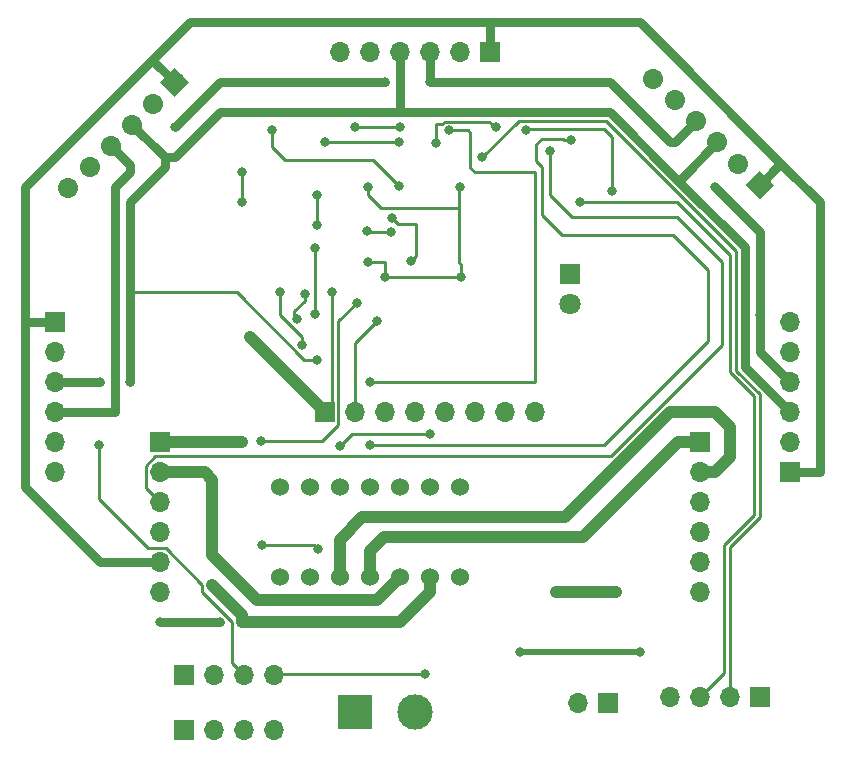
<source format=gbl>
G04 #@! TF.GenerationSoftware,KiCad,Pcbnew,(5.1.0)-1*
G04 #@! TF.CreationDate,2019-06-16T12:43:21+02:00*
G04 #@! TF.ProjectId,Micromouse,4d696372-6f6d-46f7-9573-652e6b696361,rev?*
G04 #@! TF.SameCoordinates,Original*
G04 #@! TF.FileFunction,Copper,L2,Bot*
G04 #@! TF.FilePolarity,Positive*
%FSLAX46Y46*%
G04 Gerber Fmt 4.6, Leading zero omitted, Abs format (unit mm)*
G04 Created by KiCad (PCBNEW (5.1.0)-1) date 2019-06-16 12:43:21*
%MOMM*%
%LPD*%
G04 APERTURE LIST*
%ADD10C,1.800000*%
%ADD11R,1.800000X1.800000*%
%ADD12O,1.700000X1.700000*%
%ADD13R,1.700000X1.700000*%
%ADD14C,1.524000*%
%ADD15C,3.000000*%
%ADD16R,3.000000X3.000000*%
%ADD17C,1.700000*%
%ADD18C,1.700000*%
%ADD19C,0.100000*%
%ADD20C,0.800000*%
%ADD21C,0.750000*%
%ADD22C,0.250000*%
%ADD23C,1.000000*%
%ADD24C,0.500000*%
G04 APERTURE END LIST*
D10*
X169359580Y-102613460D03*
D11*
X169359580Y-100073460D03*
D12*
X170010000Y-136370000D03*
D13*
X172550000Y-136370000D03*
D12*
X177800000Y-135890000D03*
X180340000Y-135890000D03*
X182880000Y-135890000D03*
D13*
X185420000Y-135890000D03*
D12*
X144340000Y-138650000D03*
X141800000Y-138650000D03*
X139260000Y-138650000D03*
D13*
X136720000Y-138650000D03*
D12*
X166370000Y-111760000D03*
X163830000Y-111760000D03*
X161290000Y-111760000D03*
X158750000Y-111760000D03*
X156210000Y-111760000D03*
X153670000Y-111760000D03*
X151130000Y-111760000D03*
D13*
X148590000Y-111760000D03*
D12*
X180340000Y-127000000D03*
X180340000Y-124460000D03*
X180340000Y-121920000D03*
X180340000Y-119380000D03*
X180340000Y-116840000D03*
D13*
X180340000Y-114300000D03*
D12*
X134620000Y-127000000D03*
X134620000Y-124460000D03*
X134620000Y-121920000D03*
X134620000Y-119380000D03*
X134620000Y-116840000D03*
D13*
X134620000Y-114300000D03*
D14*
X144780000Y-118110000D03*
X147320000Y-118110000D03*
X149860000Y-118110000D03*
X152400000Y-118110000D03*
X154940000Y-118110000D03*
X157480000Y-118110000D03*
X160020000Y-118110000D03*
X160020000Y-125730000D03*
X157480000Y-125730000D03*
X154940000Y-125730000D03*
X152400000Y-125730000D03*
X149860000Y-125730000D03*
X147320000Y-125730000D03*
X144780000Y-125730000D03*
D12*
X144340000Y-134000000D03*
X141800000Y-134000000D03*
X139260000Y-134000000D03*
D13*
X136720000Y-134000000D03*
D15*
X156210000Y-137160000D03*
D16*
X151130000Y-137160000D03*
D12*
X149860000Y-81280000D03*
X152400000Y-81280000D03*
X154940000Y-81280000D03*
X157480000Y-81280000D03*
X160020000Y-81280000D03*
D13*
X162560000Y-81280000D03*
D12*
X125730000Y-116840000D03*
X125730000Y-114300000D03*
X125730000Y-111760000D03*
X125730000Y-109220000D03*
X125730000Y-106680000D03*
D13*
X125730000Y-104140000D03*
D12*
X187960000Y-104140000D03*
X187960000Y-106680000D03*
X187960000Y-109220000D03*
X187960000Y-111760000D03*
X187960000Y-114300000D03*
D13*
X187960000Y-116840000D03*
D17*
X126909744Y-92800256D03*
D18*
X126909744Y-92800256D02*
X126909744Y-92800256D01*
D17*
X128705795Y-91004205D03*
D18*
X128705795Y-91004205D02*
X128705795Y-91004205D01*
D17*
X130501846Y-89208154D03*
D18*
X130501846Y-89208154D02*
X130501846Y-89208154D01*
D17*
X132297898Y-87412102D03*
D18*
X132297898Y-87412102D02*
X132297898Y-87412102D01*
D17*
X134093949Y-85616051D03*
D18*
X134093949Y-85616051D02*
X134093949Y-85616051D01*
D17*
X135890000Y-83820000D03*
D19*
G36*
X134687918Y-83820000D02*
G01*
X135890000Y-82617918D01*
X137092082Y-83820000D01*
X135890000Y-85022082D01*
X134687918Y-83820000D01*
X134687918Y-83820000D01*
G37*
D17*
X176439744Y-83511846D03*
D18*
X176439744Y-83511846D02*
X176439744Y-83511846D01*
D17*
X178235795Y-85307897D03*
D18*
X178235795Y-85307897D02*
X178235795Y-85307897D01*
D17*
X180031846Y-87103948D03*
D18*
X180031846Y-87103948D02*
X180031846Y-87103948D01*
D17*
X181827898Y-88900000D03*
D18*
X181827898Y-88900000D02*
X181827898Y-88900000D01*
D17*
X183623949Y-90696051D03*
D18*
X183623949Y-90696051D02*
X183623949Y-90696051D01*
D17*
X185420000Y-92492102D03*
D19*
G36*
X185420000Y-91290020D02*
G01*
X186622082Y-92492102D01*
X185420000Y-93694184D01*
X184217918Y-92492102D01*
X185420000Y-91290020D01*
X185420000Y-91290020D01*
G37*
D20*
X152235000Y-99060000D03*
X153685000Y-100330000D03*
X160185000Y-100330000D03*
X160020000Y-92710000D03*
X142240000Y-105410000D03*
X180340000Y-124460000D03*
X180340000Y-124460000D03*
X180340000Y-124460000D03*
X149225000Y-101600000D03*
X180340000Y-124460000D03*
X152235000Y-92710000D03*
X180340000Y-124460000D03*
X168148000Y-127000000D03*
X173228000Y-127000000D03*
X134620000Y-129540000D03*
X139700000Y-129540000D03*
X153024840Y-104000300D03*
X161925000Y-90170000D03*
X170180000Y-93980000D03*
X181610000Y-92710000D03*
X177800000Y-88900000D03*
X157480000Y-83820000D03*
X153670000Y-83820000D03*
X135890000Y-87630000D03*
X132080000Y-91440000D03*
X185420000Y-103494840D03*
X132080000Y-109220000D03*
X129540000Y-109220000D03*
X147955000Y-107315000D03*
X155925520Y-98907600D03*
X154284680Y-95313500D03*
X154914600Y-92605860D03*
X144150080Y-87820500D03*
X141605000Y-93980000D03*
X141605000Y-91440000D03*
X148590000Y-88900000D03*
X154904142Y-88864142D03*
X147764500Y-97853500D03*
X147764001Y-103441001D03*
X154241500Y-96456500D03*
X152146000Y-96393000D03*
X154940000Y-87630000D03*
X147955000Y-93345000D03*
X147955000Y-95885000D03*
X151130000Y-87630000D03*
X175260000Y-132080000D03*
X165100000Y-132080000D03*
X146685000Y-106045000D03*
X144780000Y-101600000D03*
X152400000Y-109220000D03*
X159108140Y-87876380D03*
X167640000Y-89625000D03*
X141605000Y-114300000D03*
X139065000Y-126365000D03*
X151328120Y-102486460D03*
X143233140Y-114231420D03*
X143258540Y-123022360D03*
X148064220Y-123355100D03*
X157060900Y-133918960D03*
X146928840Y-101764000D03*
X146278600Y-103832660D03*
X129471420Y-114561620D03*
X157502860Y-113555780D03*
X149865080Y-114574320D03*
X158013400Y-88943180D03*
X163088320Y-87598420D03*
X169448480Y-88745060D03*
X152397460Y-114490500D03*
X172951140Y-92999560D03*
X165658800Y-87835740D03*
D21*
X187960000Y-116840000D02*
X190500000Y-116840000D01*
X190500000Y-116840000D02*
X190500000Y-93980000D01*
X187107102Y-90805000D02*
X187325000Y-90805000D01*
X185420000Y-92492102D02*
X187107102Y-90805000D01*
X190500000Y-93980000D02*
X187325000Y-90805000D01*
X162560000Y-78740000D02*
X162560000Y-81280000D01*
X187325000Y-90805000D02*
X175260000Y-78740000D01*
X138430000Y-78740000D02*
X137160000Y-78740000D01*
X135890000Y-83820000D02*
X133985000Y-81915000D01*
X137160000Y-78740000D02*
X133985000Y-81915000D01*
X123190000Y-104140000D02*
X125730000Y-104140000D01*
X133985000Y-81915000D02*
X123190000Y-92710000D01*
X123190000Y-92710000D02*
X123190000Y-104140000D01*
X129540000Y-124460000D02*
X134620000Y-124460000D01*
X123190000Y-104140000D02*
X123190000Y-118110000D01*
X123190000Y-118110000D02*
X129540000Y-124460000D01*
X138430000Y-78740000D02*
X162560000Y-78740000D01*
D22*
X152235000Y-99060000D02*
X153670000Y-99060000D01*
X153685000Y-99075000D02*
X153670000Y-99060000D01*
X153685000Y-100330000D02*
X153685000Y-99075000D01*
X160005000Y-99075000D02*
X160020000Y-99090000D01*
X160185000Y-99255000D02*
X160005000Y-99075000D01*
X160185000Y-100330000D02*
X160185000Y-99255000D01*
X160005000Y-92725000D02*
X160020000Y-92710000D01*
D21*
X162560000Y-78740000D02*
X175260000Y-78740000D01*
D23*
X142240000Y-105410000D02*
X148590000Y-111760000D01*
D22*
X149225000Y-111125000D02*
X148590000Y-111760000D01*
X149225000Y-101600000D02*
X149225000Y-111125000D01*
X160185000Y-100330000D02*
X153685000Y-100330000D01*
X152400000Y-92710000D02*
X152235000Y-92710000D01*
X152235000Y-92710000D02*
X152235000Y-93355260D01*
X153382740Y-94503000D02*
X160005000Y-94503000D01*
X152235000Y-93355260D02*
X153382740Y-94503000D01*
X160005000Y-99075000D02*
X160005000Y-94503000D01*
X160005000Y-94503000D02*
X160005000Y-92725000D01*
D23*
X168148000Y-127000000D02*
X173228000Y-127000000D01*
D21*
X134620000Y-129540000D02*
X139700000Y-129540000D01*
D22*
X151130000Y-111760000D02*
X151130000Y-105895140D01*
X151130000Y-105895140D02*
X153024840Y-104000300D01*
X182880000Y-135890000D02*
X182880000Y-123190000D01*
X182880000Y-123190000D02*
X185420000Y-120650000D01*
X185420000Y-110209962D02*
X183449990Y-108239953D01*
X185420000Y-120650000D02*
X185420000Y-110209962D01*
X183449990Y-98079952D02*
X172430048Y-87060010D01*
X183449990Y-108239953D02*
X183449990Y-98079952D01*
X172430048Y-87060010D02*
X165034990Y-87060010D01*
X165034990Y-87060010D02*
X161925000Y-90170000D01*
X182429990Y-133800010D02*
X182429991Y-123003599D01*
X180340000Y-135890000D02*
X182429990Y-133800010D01*
X182429991Y-123003599D02*
X184969990Y-120463600D01*
X184969990Y-120463600D02*
X184969990Y-110396363D01*
X184969990Y-110396363D02*
X182880000Y-108306373D01*
X182880000Y-108306373D02*
X182880000Y-98425000D01*
X182880000Y-98425000D02*
X178435000Y-93980000D01*
X178435000Y-93980000D02*
X170180000Y-93980000D01*
D21*
X187960000Y-109220000D02*
X185420000Y-106680000D01*
X185420000Y-96520000D02*
X181610000Y-92710000D01*
X178235794Y-88900000D02*
X180031846Y-87103948D01*
X177800000Y-88900000D02*
X178235794Y-88900000D01*
X177800000Y-88900000D02*
X172720000Y-83820000D01*
X157480000Y-83820000D02*
X157480000Y-81280000D01*
X139700000Y-83820000D02*
X135890000Y-87630000D01*
X132080000Y-90786308D02*
X130501846Y-89208154D01*
X132080000Y-91440000D02*
X132080000Y-90786308D01*
X125730000Y-111760000D02*
X130810000Y-111760000D01*
X130810000Y-92710000D02*
X132080000Y-91440000D01*
X130810000Y-111760000D02*
X130810000Y-92710000D01*
X139700000Y-83820000D02*
X153670000Y-83820000D01*
X157480000Y-83820000D02*
X172720000Y-83820000D01*
X185420000Y-106680000D02*
X185420000Y-103494840D01*
X185420000Y-103494840D02*
X185420000Y-96520000D01*
X184150000Y-107950000D02*
X184150000Y-97790000D01*
X187960000Y-111760000D02*
X184150000Y-107950000D01*
X135055796Y-90170000D02*
X135890000Y-90170000D01*
X132297898Y-87412102D02*
X135055796Y-90170000D01*
X139700000Y-86360000D02*
X135890000Y-90170000D01*
X154940000Y-81280000D02*
X154940000Y-86360000D01*
X178652898Y-92075000D02*
X178435000Y-92075000D01*
X181827898Y-88900000D02*
X178652898Y-92075000D01*
X184150000Y-97790000D02*
X178435000Y-92075000D01*
X178435000Y-92075000D02*
X172720000Y-86360000D01*
X135055796Y-90170000D02*
X135055796Y-91004204D01*
X135055796Y-91004204D02*
X132080000Y-93980000D01*
X129540000Y-109220000D02*
X125730000Y-109220000D01*
X139700000Y-86360000D02*
X154940000Y-86360000D01*
X172720000Y-86360000D02*
X154940000Y-86360000D01*
D22*
X141166998Y-101600000D02*
X132080000Y-101600000D01*
X146881998Y-107315000D02*
X141166998Y-101600000D01*
X147955000Y-107315000D02*
X146881998Y-107315000D01*
D21*
X132080000Y-93980000D02*
X132080000Y-101600000D01*
X132080000Y-101600000D02*
X132080000Y-109220000D01*
D22*
X156325519Y-98507601D02*
X156325519Y-95820179D01*
X155925520Y-98907600D02*
X156325519Y-98507601D01*
X156325519Y-95820179D02*
X154791359Y-95820179D01*
X154791359Y-95820179D02*
X154284680Y-95313500D01*
X154914600Y-92605860D02*
X152684480Y-90375740D01*
X152684480Y-90375740D02*
X145211800Y-90375740D01*
X145211800Y-90375740D02*
X144150080Y-89314020D01*
X144150080Y-89314020D02*
X144150080Y-87820500D01*
X141605000Y-93980000D02*
X141605000Y-91440000D01*
X148590000Y-88900000D02*
X154868284Y-88900000D01*
X154868284Y-88900000D02*
X154904142Y-88864142D01*
X147764500Y-103440502D02*
X147764001Y-103441001D01*
X147764500Y-97853500D02*
X147764500Y-103440502D01*
X154241500Y-96456500D02*
X152209500Y-96456500D01*
X152209500Y-96456500D02*
X152146000Y-96393000D01*
X147955000Y-93345000D02*
X147955000Y-95885000D01*
X154940000Y-87630000D02*
X151130000Y-87630000D01*
D24*
X175260000Y-132080000D02*
X165100000Y-132080000D01*
D22*
X146685000Y-106045000D02*
X146685000Y-105410000D01*
X146685000Y-105410000D02*
X144780000Y-103505000D01*
X144780000Y-103505000D02*
X144780000Y-101600000D01*
X152400000Y-109220000D02*
X166370000Y-109220000D01*
X166370000Y-109220000D02*
X166370000Y-91440000D01*
X166370000Y-91440000D02*
X161290000Y-91440000D01*
X161290000Y-91440000D02*
X160909000Y-91059000D01*
X160909000Y-91059000D02*
X160909000Y-89154000D01*
X160909000Y-89154000D02*
X160909000Y-88079580D01*
X160909000Y-88079580D02*
X160705800Y-87876380D01*
X160705800Y-87876380D02*
X159108140Y-87876380D01*
X134245997Y-115475001D02*
X172814999Y-115475001D01*
X133444999Y-116275999D02*
X134245997Y-115475001D01*
X134620000Y-119380000D02*
X133444999Y-118204999D01*
X133444999Y-118204999D02*
X133444999Y-116275999D01*
X172814999Y-115475001D02*
X182245000Y-106045000D01*
X182245000Y-106045000D02*
X182245000Y-99060000D01*
X182245000Y-99060000D02*
X178435000Y-95250000D01*
X178435000Y-95250000D02*
X169545000Y-95250000D01*
X169545000Y-95250000D02*
X167640000Y-93345000D01*
X167640000Y-93345000D02*
X167640000Y-89625000D01*
D23*
X138430000Y-116840000D02*
X134620000Y-116840000D01*
X139065000Y-117475000D02*
X138430000Y-116840000D01*
X139065000Y-123825000D02*
X139065000Y-117475000D01*
X142875000Y-127635000D02*
X139065000Y-123825000D01*
X154940000Y-125730000D02*
X153035000Y-127635000D01*
X153035000Y-127635000D02*
X142875000Y-127635000D01*
X157480000Y-125730000D02*
X157480000Y-127000000D01*
X157480000Y-127000000D02*
X154940000Y-129540000D01*
X154940000Y-129540000D02*
X141605000Y-129540000D01*
X134620000Y-114300000D02*
X141605000Y-114300000D01*
X141605000Y-129540000D02*
X141605000Y-128905000D01*
X141605000Y-128905000D02*
X139065000Y-126365000D01*
X180340000Y-116840000D02*
X181610000Y-116840000D01*
X181610000Y-116840000D02*
X182880000Y-115570000D01*
X182880000Y-115570000D02*
X182880000Y-113030000D01*
X182880000Y-113030000D02*
X181610000Y-111760000D01*
X181610000Y-111760000D02*
X177800000Y-111760000D01*
X177800000Y-111760000D02*
X168910000Y-120650000D01*
X168910000Y-120650000D02*
X151765000Y-120650000D01*
X149860000Y-122555000D02*
X149860000Y-125730000D01*
X151765000Y-120650000D02*
X149860000Y-122555000D01*
X152400000Y-123507500D02*
X152400000Y-125730000D01*
X153606500Y-122301000D02*
X152400000Y-123507500D01*
X170489000Y-122301000D02*
X153606500Y-122301000D01*
X180340000Y-114300000D02*
X178490000Y-114300000D01*
X178490000Y-114300000D02*
X170489000Y-122301000D01*
D22*
X148403582Y-114231420D02*
X143233140Y-114231420D01*
X149765001Y-112870001D02*
X148403582Y-114231420D01*
X151328120Y-102486460D02*
X149765001Y-104049579D01*
X149765001Y-104049579D02*
X149765001Y-112870001D01*
X143258540Y-123022360D02*
X147731480Y-123022360D01*
X147731480Y-123022360D02*
X148064220Y-123355100D01*
X144421040Y-133918960D02*
X144340000Y-134000000D01*
X157060900Y-133918960D02*
X144421040Y-133918960D01*
X146928840Y-102329685D02*
X146042380Y-103216145D01*
X146928840Y-101764000D02*
X146928840Y-102329685D01*
X146042380Y-103216145D02*
X146042380Y-103596440D01*
X146042380Y-103596440D02*
X146278600Y-103832660D01*
X140950001Y-133150001D02*
X141800000Y-134000000D01*
X140779990Y-132979990D02*
X140950001Y-133150001D01*
X140779990Y-129546988D02*
X140779990Y-132979990D01*
X138239991Y-127006989D02*
X140779990Y-129546988D01*
X138239991Y-126340989D02*
X138239991Y-127006989D01*
X135184001Y-123284999D02*
X138239991Y-126340989D01*
X133663439Y-123284999D02*
X135184001Y-123284999D01*
X129471420Y-119092980D02*
X133663439Y-123284999D01*
X129471420Y-114561620D02*
X129471420Y-119092980D01*
X157502860Y-113555780D02*
X150883620Y-113555780D01*
X150883620Y-113555780D02*
X149865080Y-114574320D01*
X158013400Y-88943180D02*
X158013400Y-87358220D01*
X158760139Y-87151379D02*
X162541119Y-87151379D01*
X158013400Y-87358220D02*
X158553298Y-87358220D01*
X158553298Y-87358220D02*
X158760139Y-87151379D01*
X162541119Y-87151379D02*
X162988160Y-87598420D01*
X162988160Y-87598420D02*
X163088320Y-87598420D01*
X168882795Y-88745060D02*
X169448480Y-88745060D01*
X168750715Y-88612980D02*
X168882795Y-88745060D01*
X166987220Y-88612980D02*
X168750715Y-88612980D01*
X166522400Y-89077800D02*
X166987220Y-88612980D01*
X166522400Y-90497660D02*
X166522400Y-89077800D01*
X167005000Y-90980260D02*
X166522400Y-90497660D01*
X167005000Y-95069660D02*
X167005000Y-90980260D01*
X172280580Y-114490500D02*
X181028340Y-105742740D01*
X152397460Y-114490500D02*
X172280580Y-114490500D01*
X181028340Y-105742740D02*
X181028340Y-99682300D01*
X181028340Y-99682300D02*
X178076860Y-96730820D01*
X178076860Y-96730820D02*
X168666160Y-96730820D01*
X168666160Y-96730820D02*
X167005000Y-95069660D01*
X172951140Y-92999560D02*
X172951140Y-88475820D01*
X172951140Y-88475820D02*
X172265340Y-87790020D01*
X172265340Y-87790020D02*
X165704520Y-87790020D01*
X165704520Y-87790020D02*
X165658800Y-87835740D01*
M02*

</source>
